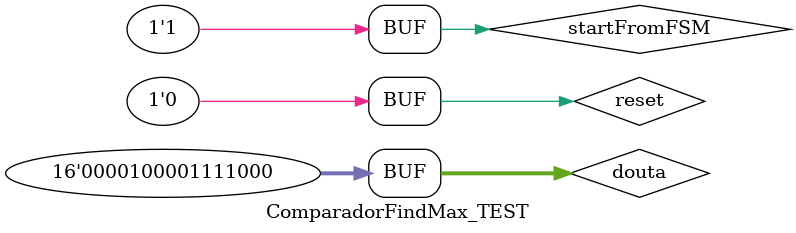
<source format=v>
`timescale 1ns / 1ps


module ComparadorFindMax_TEST;

//inputs
reg startFromFSM, reset;
reg [15:0] douta;

//outputs
wire [15:0] max;



Comparador_FindMax fMax(startFromFSM, max, douta, max,reset);


initial begin
    reset = 1;startFromFSM = 0;douta = 0;#50;
    startFromFSM = 1;reset = 0; #20;
    douta = 1;#50;
    douta = 5;#50;
    douta = 4;#50;
    douta = 6;#50;
    douta = 5;#50;
    douta = 16'h0878 ;#50;
end
endmodule

</source>
